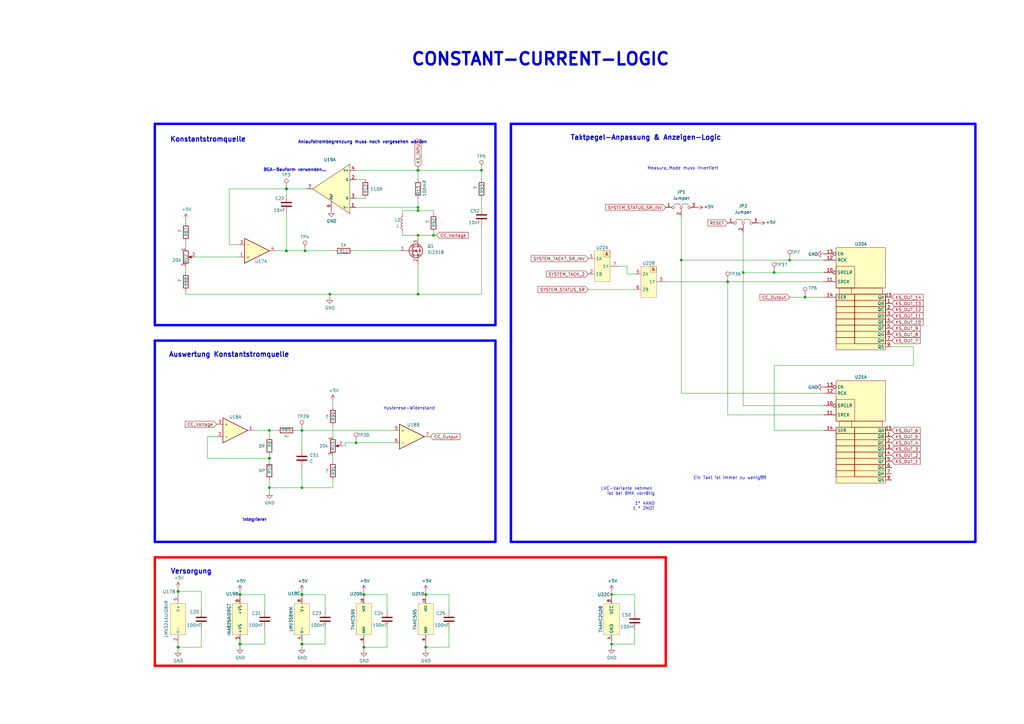
<source format=kicad_sch>
(kicad_sch (version 20210126) (generator eeschema)
  (paper "A3")
  (title_block (title "Kabeltester") (company "BMK Group") (comment 1 "Erstellt: Maximilian Hoffmann") (comment 2 "Geprüft: Robert Schulz"))
  (junction (at 73.025 242.57) (diameter 1.016))
  (junction (at 73.025 265.43) (diameter 1.016))
  (junction (at 98.425 243.84) (diameter 1.016))
  (junction (at 98.425 264.16) (diameter 1.016))
  (junction (at 110.49 176.53) (diameter 0.9144))
  (junction (at 110.49 187.96) (diameter 1.016))
  (junction (at 110.49 200.025) (diameter 0.9144))
  (junction (at 117.475 77.47) (diameter 1.016))
  (junction (at 117.475 102.87) (diameter 1.016))
  (junction (at 123.825 176.53) (diameter 0.9144))
  (junction (at 123.825 200.025) (diameter 0.9144))
  (junction (at 123.825 243.84) (diameter 1.016))
  (junction (at 123.825 264.16) (diameter 1.016))
  (junction (at 125.095 102.87) (diameter 0.9144))
  (junction (at 135.255 120.65) (diameter 0.9144))
  (junction (at 146.05 181.61) (diameter 0.9144))
  (junction (at 149.225 243.84) (diameter 1.016))
  (junction (at 149.225 265.43) (diameter 1.016))
  (junction (at 171.45 69.85) (diameter 1.016))
  (junction (at 171.45 85.09) (diameter 0.9144))
  (junction (at 171.45 86.36) (diameter 0.9144))
  (junction (at 171.45 96.52) (diameter 0.9144))
  (junction (at 171.45 120.65) (diameter 0.9144))
  (junction (at 174.625 243.84) (diameter 1.016))
  (junction (at 174.625 265.43) (diameter 1.016))
  (junction (at 177.8 96.52) (diameter 0.9144))
  (junction (at 197.485 69.85) (diameter 0.9144))
  (junction (at 250.825 243.84) (diameter 0.9144))
  (junction (at 250.825 264.16) (diameter 0.9144))
  (junction (at 279.4 106.68) (diameter 0.9144))
  (junction (at 298.45 115.57) (diameter 0.9144))
  (junction (at 304.8 111.76) (diameter 0.9144))
  (junction (at 317.5 111.76) (diameter 0.9144))
  (junction (at 323.85 106.68) (diameter 0.9144))
  (junction (at 330.2 121.92) (diameter 0.9144))
  (wire (pts (xy 73.025 241.3) (xy 73.025 242.57)))
  (wire (pts (xy 73.025 242.57) (xy 73.025 243.84)))
  (wire (pts (xy 73.025 264.16) (xy 73.025 265.43)))
  (wire (pts (xy 73.025 265.43) (xy 73.025 266.7)))
  (wire (pts (xy 76.2 90.17) (xy 76.2 91.44)))
  (wire (pts (xy 76.2 99.06) (xy 76.2 101.6)))
  (wire (pts (xy 76.2 109.22) (xy 76.2 111.76)))
  (wire (pts (xy 76.2 119.38) (xy 76.2 120.65)))
  (wire (pts (xy 76.2 120.65) (xy 135.255 120.65)))
  (wire (pts (xy 80.01 105.41) (xy 97.79 105.41)))
  (wire (pts (xy 82.55 242.57) (xy 73.025 242.57)))
  (wire (pts (xy 82.55 250.19) (xy 82.55 242.57)))
  (wire (pts (xy 82.55 257.81) (xy 82.55 265.43)))
  (wire (pts (xy 82.55 265.43) (xy 73.025 265.43)))
  (wire (pts (xy 85.09 179.07) (xy 85.09 187.96)))
  (wire (pts (xy 85.09 179.07) (xy 88.9 179.07)))
  (wire (pts (xy 85.09 187.96) (xy 110.49 187.96)))
  (wire (pts (xy 93.98 77.47) (xy 93.98 100.33)))
  (wire (pts (xy 93.98 77.47) (xy 117.475 77.47)))
  (wire (pts (xy 93.98 100.33) (xy 97.79 100.33)))
  (wire (pts (xy 98.425 242.57) (xy 98.425 243.84)))
  (wire (pts (xy 98.425 243.84) (xy 98.425 245.11)))
  (wire (pts (xy 98.425 264.16) (xy 98.425 262.89)))
  (wire (pts (xy 98.425 264.16) (xy 98.425 265.43)))
  (wire (pts (xy 104.14 176.53) (xy 110.49 176.53)))
  (wire (pts (xy 108.585 243.84) (xy 98.425 243.84)))
  (wire (pts (xy 108.585 250.19) (xy 108.585 243.84)))
  (wire (pts (xy 108.585 257.81) (xy 108.585 264.16)))
  (wire (pts (xy 108.585 264.16) (xy 98.425 264.16)))
  (wire (pts (xy 110.49 176.53) (xy 110.49 179.07)))
  (wire (pts (xy 110.49 176.53) (xy 113.665 176.53)))
  (wire (pts (xy 110.49 186.69) (xy 110.49 187.96)))
  (wire (pts (xy 110.49 187.96) (xy 110.49 189.23)))
  (wire (pts (xy 110.49 196.85) (xy 110.49 200.025)))
  (wire (pts (xy 110.49 200.025) (xy 110.49 201.93)))
  (wire (pts (xy 110.49 200.025) (xy 123.825 200.025)))
  (wire (pts (xy 113.03 102.87) (xy 117.475 102.87)))
  (wire (pts (xy 117.475 77.47) (xy 117.475 80.01)))
  (wire (pts (xy 117.475 77.47) (xy 125.73 77.47)))
  (wire (pts (xy 117.475 87.63) (xy 117.475 102.87)))
  (wire (pts (xy 117.475 102.87) (xy 125.095 102.87)))
  (wire (pts (xy 121.285 176.53) (xy 123.825 176.53)))
  (wire (pts (xy 123.825 176.53) (xy 123.825 184.15)))
  (wire (pts (xy 123.825 176.53) (xy 161.29 176.53)))
  (wire (pts (xy 123.825 191.77) (xy 123.825 200.025)))
  (wire (pts (xy 123.825 200.025) (xy 136.525 200.025)))
  (wire (pts (xy 123.825 242.57) (xy 123.825 243.84)))
  (wire (pts (xy 123.825 243.84) (xy 123.825 245.11)))
  (wire (pts (xy 123.825 262.89) (xy 123.825 264.16)))
  (wire (pts (xy 123.825 264.16) (xy 123.825 265.43)))
  (wire (pts (xy 125.095 102.87) (xy 137.16 102.87)))
  (wire (pts (xy 133.35 243.84) (xy 123.825 243.84)))
  (wire (pts (xy 133.35 250.19) (xy 133.35 243.84)))
  (wire (pts (xy 133.35 257.81) (xy 133.35 264.16)))
  (wire (pts (xy 133.35 264.16) (xy 123.825 264.16)))
  (wire (pts (xy 135.255 120.65) (xy 135.255 121.92)))
  (wire (pts (xy 135.255 120.65) (xy 171.45 120.65)))
  (wire (pts (xy 136.525 164.465) (xy 136.525 167.005)))
  (wire (pts (xy 136.525 174.625) (xy 136.525 179.07)))
  (wire (pts (xy 136.525 186.69) (xy 136.525 189.23)))
  (wire (pts (xy 136.525 196.85) (xy 136.525 200.025)))
  (wire (pts (xy 140.335 182.88) (xy 141.605 182.88)))
  (wire (pts (xy 141.605 181.61) (xy 141.605 182.88)))
  (wire (pts (xy 141.605 181.61) (xy 146.05 181.61)))
  (wire (pts (xy 144.78 102.87) (xy 163.83 102.87)))
  (wire (pts (xy 146.05 69.85) (xy 171.45 69.85)))
  (wire (pts (xy 146.05 73.66) (xy 149.86 73.66)))
  (wire (pts (xy 146.05 81.28) (xy 149.86 81.28)))
  (wire (pts (xy 146.05 85.09) (xy 171.45 85.09)))
  (wire (pts (xy 146.05 181.61) (xy 161.29 181.61)))
  (wire (pts (xy 149.225 242.57) (xy 149.225 243.84)))
  (wire (pts (xy 149.225 243.84) (xy 149.225 245.11)))
  (wire (pts (xy 149.225 264.16) (xy 149.225 265.43)))
  (wire (pts (xy 149.225 265.43) (xy 149.225 266.7)))
  (wire (pts (xy 158.75 243.84) (xy 149.225 243.84)))
  (wire (pts (xy 158.75 250.19) (xy 158.75 243.84)))
  (wire (pts (xy 158.75 257.81) (xy 158.75 265.43)))
  (wire (pts (xy 158.75 265.43) (xy 149.225 265.43)))
  (wire (pts (xy 165.1 86.36) (xy 171.45 86.36)))
  (wire (pts (xy 165.1 87.63) (xy 165.1 86.36)))
  (wire (pts (xy 165.1 95.25) (xy 165.1 96.52)))
  (wire (pts (xy 165.1 96.52) (xy 171.45 96.52)))
  (wire (pts (xy 171.45 68.58) (xy 171.45 69.85)))
  (wire (pts (xy 171.45 69.85) (xy 171.45 73.66)))
  (wire (pts (xy 171.45 69.85) (xy 197.485 69.85)))
  (wire (pts (xy 171.45 81.28) (xy 171.45 85.09)))
  (wire (pts (xy 171.45 85.09) (xy 171.45 86.36)))
  (wire (pts (xy 171.45 86.36) (xy 177.8 86.36)))
  (wire (pts (xy 171.45 96.52) (xy 171.45 97.79)))
  (wire (pts (xy 171.45 96.52) (xy 177.8 96.52)))
  (wire (pts (xy 171.45 107.95) (xy 171.45 120.65)))
  (wire (pts (xy 174.625 242.57) (xy 174.625 243.84)))
  (wire (pts (xy 174.625 243.84) (xy 174.625 245.11)))
  (wire (pts (xy 174.625 264.16) (xy 174.625 265.43)))
  (wire (pts (xy 174.625 265.43) (xy 174.625 266.7)))
  (wire (pts (xy 177.8 87.63) (xy 177.8 86.36)))
  (wire (pts (xy 177.8 95.25) (xy 177.8 96.52)))
  (wire (pts (xy 177.8 96.52) (xy 179.07 96.52)))
  (wire (pts (xy 184.15 243.84) (xy 174.625 243.84)))
  (wire (pts (xy 184.15 250.19) (xy 184.15 243.84)))
  (wire (pts (xy 184.15 257.81) (xy 184.15 265.43)))
  (wire (pts (xy 184.15 265.43) (xy 174.625 265.43)))
  (wire (pts (xy 197.485 69.85) (xy 197.485 73.66)))
  (wire (pts (xy 197.485 81.28) (xy 197.485 85.09)))
  (wire (pts (xy 197.485 92.71) (xy 197.485 120.65)))
  (wire (pts (xy 197.485 120.65) (xy 171.45 120.65)))
  (wire (pts (xy 241.3 118.745) (xy 260.35 118.745)))
  (wire (pts (xy 250.825 242.57) (xy 250.825 243.84)))
  (wire (pts (xy 250.825 243.84) (xy 250.825 245.11)))
  (wire (pts (xy 250.825 262.89) (xy 250.825 264.16)))
  (wire (pts (xy 250.825 264.16) (xy 250.825 265.43)))
  (wire (pts (xy 254 109.22) (xy 257.175 109.22)))
  (wire (pts (xy 257.175 109.22) (xy 257.175 112.395)))
  (wire (pts (xy 257.175 112.395) (xy 260.35 112.395)))
  (wire (pts (xy 260.35 243.84) (xy 250.825 243.84)))
  (wire (pts (xy 260.35 250.825) (xy 260.35 243.84)))
  (wire (pts (xy 260.35 258.445) (xy 260.35 264.16)))
  (wire (pts (xy 260.35 264.16) (xy 250.825 264.16)))
  (wire (pts (xy 273.05 115.57) (xy 298.45 115.57)))
  (wire (pts (xy 279.4 88.9) (xy 279.4 106.68)))
  (wire (pts (xy 279.4 106.68) (xy 279.4 161.29)))
  (wire (pts (xy 279.4 106.68) (xy 323.85 106.68)))
  (wire (pts (xy 279.4 161.29) (xy 337.82 161.29)))
  (wire (pts (xy 298.45 115.57) (xy 298.45 170.18)))
  (wire (pts (xy 298.45 115.57) (xy 337.82 115.57)))
  (wire (pts (xy 298.45 170.18) (xy 337.82 170.18)))
  (wire (pts (xy 304.8 111.76) (xy 304.8 95.25)))
  (wire (pts (xy 304.8 111.76) (xy 317.5 111.76)))
  (wire (pts (xy 304.8 166.37) (xy 304.8 111.76)))
  (wire (pts (xy 317.5 111.76) (xy 337.82 111.76)))
  (wire (pts (xy 317.5 149.86) (xy 317.5 176.53)))
  (wire (pts (xy 317.5 176.53) (xy 337.82 176.53)))
  (wire (pts (xy 323.85 106.68) (xy 337.82 106.68)))
  (wire (pts (xy 323.85 121.92) (xy 330.2 121.92)))
  (wire (pts (xy 330.2 121.92) (xy 337.82 121.92)))
  (wire (pts (xy 337.82 166.37) (xy 304.8 166.37)))
  (wire (pts (xy 365.76 142.24) (xy 374.65 142.24)))
  (wire (pts (xy 374.65 142.24) (xy 374.65 149.86)))
  (wire (pts (xy 374.65 149.86) (xy 317.5 149.86)))
  (polyline (pts (xy 63.5 50.8) (xy 63.5 133.35)) (stroke (width 1) (type solid) (color 0 0 255 1)))
  (polyline (pts (xy 63.5 50.8) (xy 203.2 50.8)) (stroke (width 1) (type solid) (color 0 0 255 1)))
  (polyline (pts (xy 63.5 139.7) (xy 63.5 222.25)) (stroke (width 1) (type solid) (color 0 0 255 1)))
  (polyline (pts (xy 63.5 139.7) (xy 203.2 139.7)) (stroke (width 1) (type solid) (color 0 0 255 1)))
  (polyline (pts (xy 63.5 228.6) (xy 63.5 273.05)) (stroke (width 1) (type solid) (color 255 0 0 1)))
  (polyline (pts (xy 63.5 228.6) (xy 273.05 228.6)) (stroke (width 1) (type solid) (color 255 0 0 1)))
  (polyline (pts (xy 63.5 273.05) (xy 273.05 273.05)) (stroke (width 1) (type solid) (color 255 0 0 1)))
  (polyline (pts (xy 203.2 50.8) (xy 203.2 133.35)) (stroke (width 1) (type solid) (color 0 0 255 1)))
  (polyline (pts (xy 203.2 133.35) (xy 63.5 133.35)) (stroke (width 1) (type solid) (color 0 0 255 1)))
  (polyline (pts (xy 203.2 139.7) (xy 203.2 222.25)) (stroke (width 1) (type solid) (color 0 0 255 1)))
  (polyline (pts (xy 203.2 222.25) (xy 63.5 222.25)) (stroke (width 1) (type solid) (color 0 0 255 1)))
  (polyline (pts (xy 209.55 50.8) (xy 209.55 107.95)) (stroke (width 1) (type solid) (color 0 0 255 1)))
  (polyline (pts (xy 209.55 50.8) (xy 400.05 50.8)) (stroke (width 1) (type solid) (color 0 0 255 1)))
  (polyline (pts (xy 209.55 139.7) (xy 209.55 222.25)) (stroke (width 1) (type solid) (color 0 0 255 1)))
  (polyline (pts (xy 209.55 140.335) (xy 209.55 107.95)) (stroke (width 1) (type solid) (color 0 0 255 1)))
  (polyline (pts (xy 209.55 222.25) (xy 400.05 222.25)) (stroke (width 1) (type solid) (color 0 0 255 1)))
  (polyline (pts (xy 273.05 273.05) (xy 273.05 228.6)) (stroke (width 1) (type solid) (color 255 0 0 1)))
  (polyline (pts (xy 400.05 222.25) (xy 400.05 50.8)) (stroke (width 1) (type solid) (color 0 0 255 1)))
  (text "Versorgung\n" (at 86.995 235.585 180) (effects (font (size 2 2) (thickness 0.4) bold) (justify right bottom)))
  (text "Konstantstromquelle\n" (at 100.965 58.42 180) (effects (font (size 2 2) (thickness 0.4) bold) (justify right bottom)))
  (text "Integrierer \n" (at 110.49 213.995 180) (effects (font (size 1.27 1.27) (thickness 0.254) bold) (justify right bottom)))
  (text "Auswertung Konstantstromquelle\n" (at 118.745 146.685 180) (effects (font (size 2 2) (thickness 0.4) bold) (justify right bottom)))
  (text "BGA-Bauform verwenden...\n" (at 133.985 70.485 180) (effects (font (size 1.27 1.27) (thickness 0.254) bold) (justify right bottom)))
  (text "Anlaufstrombegrenzung muss noch vorgesehen werden\n" (at 175.26 59.055 0) (effects (font (size 1.27 1.27) (thickness 0.254) bold) (justify right bottom)))
  (text "Hysterese-Widerstand\n" (at 178.435 168.275 180) (effects (font (size 1.27 1.27)) (justify right bottom)))
  (text "LVC-Variante nehmen \nist bei BMK vorrätig\n\n1* 4AND\n1 * 2NOT\n\n" (at 268.605 211.455 0) (effects (font (size 1.27 1.27)) (justify right bottom)))
  (text "CONSTANT-CURRENT-LOGIC\n" (at 274.955 27.305 180) (effects (font (size 5 5) (thickness 1) bold) (justify right bottom)))
  (text "Measura_Mode muss invertiert\n" (at 294.64 69.85 180) (effects (font (size 1.27 1.27)) (justify right bottom)))
  (text "Taktpegel-Anpassung & Anzeigen-Logic\n\n \n" (at 295.91 64.135 180) (effects (font (size 2 2) (thickness 0.4) bold) (justify right bottom)))
  (text "Ein Takt ist immer zu wenig!!!!\n" (at 314.325 196.85 180) (effects (font (size 1.27 1.27)) (justify right bottom)))
  (global_label "CC_Voltage" (shape input) (at 88.9 173.99 180) (property "Intersheet References" "${INTERSHEET_REFS}" (effects hide)))
  (global_label "KS_INPUT" (shape input) (at 171.45 68.58 90) (property "Intersheet References" "${INTERSHEET_REFS}" (effects hide)))
  (global_label "CC_Output" (shape input) (at 176.53 179.07 0) (property "Intersheet References" "${INTERSHEET_REFS}" (effects hide)))
  (global_label "CC_Voltage" (shape input) (at 179.07 96.52 0) (property "Intersheet References" "${INTERSHEET_REFS}" (effects hide)))
  (global_label "SYSTEM_TACKT_SR_INV" (shape input) (at 241.3 106.045 180) (property "Intersheet References" "${INTERSHEET_REFS}" (effects hide)))
  (global_label "SYSTEM_TACK_2" (shape input) (at 241.3 112.395 180) (property "Intersheet References" "${INTERSHEET_REFS}" (effects hide)))
  (global_label "SYSTEM_STATUS_SR" (shape input) (at 241.3 118.745 180) (property "Intersheet References" "${INTERSHEET_REFS}" (effects hide)))
  (global_label "SYSTEM_STATUS_SR_INV" (shape input) (at 273.05 85.09 180) (property "Intersheet References" "${INTERSHEET_REFS}" (effects hide)))
  (global_label "RESET" (shape input) (at 298.45 91.44 180) (property "Intersheet References" "${INTERSHEET_REFS}" (effects hide)))
  (global_label "CC_Output" (shape input) (at 323.85 121.92 180) (property "Intersheet References" "${INTERSHEET_REFS}" (effects hide)))
  (global_label "KS_OUT_14" (shape input) (at 365.76 121.92 0) (property "Intersheet References" "${INTERSHEET_REFS}" (effects hide)))
  (global_label "KS_OUT_13" (shape input) (at 365.76 124.46 0) (property "Intersheet References" "${INTERSHEET_REFS}" (effects hide)))
  (global_label "KS_OUT_12" (shape input) (at 365.76 127 0) (property "Intersheet References" "${INTERSHEET_REFS}" (effects hide)))
  (global_label "KS_OUT_11" (shape input) (at 365.76 129.54 0) (property "Intersheet References" "${INTERSHEET_REFS}" (effects hide)))
  (global_label "KS_OUT_10" (shape input) (at 365.76 132.08 0) (property "Intersheet References" "${INTERSHEET_REFS}" (effects hide)))
  (global_label "KS_OUT_9" (shape input) (at 365.76 134.62 0) (property "Intersheet References" "${INTERSHEET_REFS}" (effects hide)))
  (global_label "KS_OUT_8" (shape input) (at 365.76 137.16 0) (property "Intersheet References" "${INTERSHEET_REFS}" (effects hide)))
  (global_label "KS_OUT_7" (shape input) (at 365.76 139.7 0) (property "Intersheet References" "${INTERSHEET_REFS}" (effects hide)))
  (global_label "KS_OUT_6" (shape input) (at 365.76 176.53 0) (property "Intersheet References" "${INTERSHEET_REFS}" (effects hide)))
  (global_label "KS_OUT_5" (shape input) (at 365.76 179.07 0) (property "Intersheet References" "${INTERSHEET_REFS}" (effects hide)))
  (global_label "KS_OUT_4" (shape input) (at 365.76 181.61 0) (property "Intersheet References" "${INTERSHEET_REFS}" (effects hide)))
  (global_label "KS_OUT_3" (shape input) (at 365.76 184.15 0) (property "Intersheet References" "${INTERSHEET_REFS}" (effects hide)))
  (global_label "KS_OUT_2" (shape input) (at 365.76 186.69 0) (property "Intersheet References" "${INTERSHEET_REFS}" (effects hide)))
  (global_label "KS_OUT_1" (shape input) (at 365.76 189.23 0) (property "Intersheet References" "${INTERSHEET_REFS}" (effects hide)))
  (symbol (lib_id "Connector:TestPoint") (at 117.475 77.47 0) (unit 1)
    (property "Reference" "TP3" (at 115.57 71.755 0) (effects (justify left)))
    (property "Value" "TestPoint" (effects hide))
    (property "Footprint" "TestPoint:TestPoint_Pad_D1.0mm" (effects hide))
    (property "BMK-Nr" "-" (effects hide))
    (property "Mouser" "-" (effects hide))
  )
  (symbol (lib_id "Connector:TestPoint") (at 123.825 176.53 0) (unit 1)
    (property "Reference" "TP29" (at 121.92 170.815 0) (effects (justify left)))
    (property "Value" "TestPoint" (effects hide))
    (property "Footprint" "TestPoint:TestPoint_Pad_D1.0mm" (effects hide))
    (property "BMK-Nr" "-" (effects hide))
    (property "Mouser" "-" (effects hide))
  )
  (symbol (lib_id "Connector:TestPoint") (at 125.095 102.87 0) (unit 1)
    (property "Reference" "TP4" (at 123.19 97.155 0) (effects (justify left)))
    (property "Value" "TestPoint" (effects hide))
    (property "Footprint" "TestPoint:TestPoint_Pad_D1.0mm" (effects hide))
    (property "BMK-Nr" "-" (effects hide))
    (property "Mouser" "-" (effects hide))
  )
  (symbol (lib_id "Connector:TestPoint") (at 146.05 181.61 0) (unit 1)
    (property "Reference" "TP30" (at 146.685 178.435 0) (effects (justify left)))
    (property "Value" "TestPoint" (effects hide))
    (property "Footprint" "TestPoint:TestPoint_Pad_D1.0mm" (effects hide))
    (property "BMK-Nr" "-" (effects hide))
    (property "Mouser" "-" (effects hide))
  )
  (symbol (lib_id "Connector:TestPoint") (at 197.485 69.85 0) (unit 1)
    (property "Reference" "TP5" (at 195.58 64.135 0) (effects (justify left)))
    (property "Value" "TestPoint" (effects hide))
    (property "Footprint" "TestPoint:TestPoint_Pad_D1.0mm" (effects hide))
    (property "BMK-Nr" "-" (effects hide))
    (property "Mouser" "-" (effects hide))
  )
  (symbol (lib_id "Connector:TestPoint") (at 298.45 115.57 0) (unit 1)
    (property "Reference" "TP36" (at 299.085 112.395 0) (effects (justify left)))
    (property "Value" "TestPoint" (effects hide))
    (property "Footprint" "TestPoint:TestPoint_Pad_D1.0mm" (effects hide))
    (property "BMK-Nr" "-" (effects hide))
    (property "Mouser" "-" (effects hide))
  )
  (symbol (lib_id "Connector:TestPoint") (at 317.5 111.76 0) (unit 1)
    (property "Reference" "TP37" (at 318.135 108.585 0) (effects (justify left)))
    (property "Value" "TestPoint" (effects hide))
    (property "Footprint" "TestPoint:TestPoint_Pad_D1.0mm" (effects hide))
    (property "BMK-Nr" "-" (effects hide))
    (property "Mouser" "-" (effects hide))
  )
  (symbol (lib_id "Connector:TestPoint") (at 323.85 106.68 0) (unit 1)
    (property "Reference" "TP7" (at 324.485 103.505 0) (effects (justify left)))
    (property "Value" "TestPoint" (effects hide))
    (property "Footprint" "TestPoint:TestPoint_Pad_D1.0mm" (effects hide))
    (property "BMK-Nr" "-" (effects hide))
    (property "Mouser" "-" (effects hide))
  )
  (symbol (lib_id "Connector:TestPoint") (at 330.2 121.92 0) (unit 1)
    (property "Reference" "TP6" (at 331.47 118.11 0) (effects (justify left)))
    (property "Value" "TestPoint" (effects hide))
    (property "Footprint" "TestPoint:TestPoint_Pad_D1.0mm" (effects hide))
    (property "BMK-Nr" "-" (effects hide))
    (property "Mouser" "-" (effects hide))
  )
  (symbol (lib_id "power:+5V") (at 73.025 241.3 0) (unit 1)
    (property "Reference" "#PWR051" (effects hide))
    (property "Value" "+5V" (at 73.3933 236.9756 0))
  )
  (symbol (lib_id "power:+5V") (at 76.2 90.17 0) (unit 1)
    (property "Reference" "#PWR053" (effects hide))
    (property "Value" "+5V" (at 76.5683 85.8456 0))
  )
  (symbol (lib_id "power:+5V") (at 98.425 242.57 0) (unit 1)
    (property "Reference" "#PWR054" (effects hide))
    (property "Value" "+5V" (at 98.7933 238.2456 0))
  )
  (symbol (lib_id "power:+5V") (at 123.825 242.57 0) (unit 1)
    (property "Reference" "#PWR057" (effects hide))
    (property "Value" "+5V" (at 124.1933 238.2456 0))
  )
  (symbol (lib_id "power:+5V") (at 136.525 164.465 0) (unit 1)
    (property "Reference" "#PWR059" (effects hide))
    (property "Value" "+5V" (at 136.8933 160.1406 0))
  )
  (symbol (lib_id "power:+5V") (at 149.225 242.57 0) (unit 1)
    (property "Reference" "#PWR062" (effects hide))
    (property "Value" "+5V" (at 149.5933 238.2456 0))
  )
  (symbol (lib_id "power:+5V") (at 174.625 242.57 0) (unit 1)
    (property "Reference" "#PWR064" (effects hide))
    (property "Value" "+5V" (at 174.9933 238.2456 0))
  )
  (symbol (lib_id "power:+5V") (at 250.825 242.57 0) (unit 1)
    (property "Reference" "#PWR023" (effects hide))
    (property "Value" "+5V" (at 251.1933 238.2456 0))
  )
  (symbol (lib_id "power:+5V") (at 285.75 85.09 270) (unit 1)
    (property "Reference" "#PWR0124" (effects hide))
    (property "Value" "+5V" (at 290.7094 84.8233 90))
  )
  (symbol (lib_id "power:+5V") (at 311.15 91.44 270) (unit 1)
    (property "Reference" "#PWR0125" (effects hide))
    (property "Value" "+5V" (at 316.1094 91.1733 90))
  )
  (symbol (lib_id "Device:L") (at 165.1 91.44 0) (mirror y) (unit 1)
    (property "Reference" "L2" (at 161.925 90.17 0) (effects (justify right)))
    (property "Value" "L" (at 162.56 92.71 0) (effects (justify right)))
    (property "Footprint" "Inductor_SMD:L_TDK_NLV32_3.2x2.5mm" (effects hide))
  )
  (symbol (lib_id "power:GND") (at 73.025 266.7 0) (unit 1)
    (property "Reference" "#PWR052" (effects hide))
    (property "Value" "GND" (at 73.1393 271.0244 0))
  )
  (symbol (lib_id "power:GND") (at 98.425 265.43 0) (unit 1)
    (property "Reference" "#PWR055" (effects hide))
    (property "Value" "GND" (at 98.5393 269.7544 0))
  )
  (symbol (lib_id "power:GND") (at 110.49 201.93 0) (unit 1)
    (property "Reference" "#PWR056" (effects hide))
    (property "Value" "GND" (at 110.6043 206.2544 0))
  )
  (symbol (lib_id "power:GND") (at 123.825 265.43 0) (unit 1)
    (property "Reference" "#PWR058" (effects hide))
    (property "Value" "GND" (at 123.9393 269.7544 0))
  )
  (symbol (lib_id "power:GND") (at 135.255 121.92 0) (unit 1)
    (property "Reference" "#PWR060" (effects hide))
    (property "Value" "GND" (at 135.3693 126.2444 0))
  )
  (symbol (lib_id "power:GND") (at 135.89 86.36 0) (unit 1)
    (property "Reference" "#PWR061" (effects hide))
    (property "Value" "GND" (at 136.0043 90.6844 0))
  )
  (symbol (lib_id "power:GND") (at 149.225 266.7 0) (unit 1)
    (property "Reference" "#PWR063" (effects hide))
    (property "Value" "GND" (at 149.3393 271.0244 0))
  )
  (symbol (lib_id "power:GND") (at 174.625 266.7 0) (unit 1)
    (property "Reference" "#PWR065" (effects hide))
    (property "Value" "GND" (at 174.7393 271.0244 0))
  )
  (symbol (lib_id "power:GND") (at 250.825 265.43 0) (unit 1)
    (property "Reference" "#PWR024" (effects hide))
    (property "Value" "GND" (at 250.9393 269.7544 0))
  )
  (symbol (lib_id "power:GND") (at 337.82 104.14 270) (unit 1)
    (property "Reference" "#PWR070" (effects hide))
    (property "Value" "GND" (at 333.4956 104.2543 90))
  )
  (symbol (lib_id "power:GND") (at 337.82 158.75 270) (unit 1)
    (property "Reference" "#PWR072" (effects hide))
    (property "Value" "GND" (at 333.4956 158.8643 90))
  )
  (symbol (lib_id "Device:R") (at 76.2 95.25 180) (unit 1)
    (property "Reference" "R87" (at 76.3269 93.2244 90) (effects (justify left)))
    (property "Value" "?" (at 73.787 94.101 90) (effects (justify left)))
    (property "Footprint" "Resistor_SMD:R_0603_1608Metric_Pad0.98x0.95mm_HandSolder" (effects hide))
    (property "BMK-Nr" "BS" (effects hide))
    (property "Mouser" "-" (effects hide))
  )
  (symbol (lib_id "Device:R") (at 76.2 115.57 180) (unit 1)
    (property "Reference" "R88" (at 76.3269 113.5444 90) (effects (justify left)))
    (property "Value" "?" (at 73.787 114.421 90) (effects (justify left)))
    (property "Footprint" "Resistor_SMD:R_0603_1608Metric_Pad0.98x0.95mm_HandSolder" (effects hide))
    (property "BMK-Nr" "BS" (effects hide))
    (property "Mouser" "-" (effects hide))
  )
  (symbol (lib_name "Device:R_1") (lib_id "Device:R") (at 110.49 182.88 180) (unit 1)
    (property "Reference" "R9" (at 110.6169 180.8544 90) (effects (justify left)))
    (property "Value" "0R" (at 108.712 183.001 0) (effects (justify left)))
    (property "Footprint" "Resistor_SMD:R_0603_1608Metric_Pad0.98x0.95mm_HandSolder" (effects hide))
    (property "BMK-Nr" "BS" (effects hide))
    (property "Mouser" "-" (effects hide))
  )
  (symbol (lib_name "Device:R_2") (lib_id "Device:R") (at 110.49 193.04 0) (unit 1)
    (property "Reference" "R10" (at 110.49 194.31 90) (effects (justify left)))
    (property "Value" "NP" (at 106.045 193.04 0) (effects (justify left)))
    (property "Footprint" "Resistor_SMD:R_0603_1608Metric_Pad0.98x0.95mm_HandSolder" (effects hide))
    (property "BMK-Nr" "BS" (effects hide))
    (property "Mouser" "-" (effects hide))
  )
  (symbol (lib_name "Device:R_1") (lib_id "Device:R") (at 117.475 176.53 270) (unit 1)
    (property "Reference" "R89" (at 115.4494 176.4031 90) (effects (justify left)))
    (property "Value" "?" (at 117.596 178.308 0) (effects (justify left)))
    (property "Footprint" "Resistor_SMD:R_0603_1608Metric_Pad0.98x0.95mm_HandSolder" (effects hide))
    (property "BMK-Nr" "BS" (effects hide))
    (property "Mouser" "-" (effects hide))
  )
  (symbol (lib_name "Device:R_1") (lib_id "Device:R") (at 136.525 170.815 180) (unit 1)
    (property "Reference" "R90" (at 136.6519 168.7894 90) (effects (justify left)))
    (property "Value" "?" (at 134.747 170.936 0) (effects (justify left)))
    (property "Footprint" "Resistor_SMD:R_0603_1608Metric_Pad0.98x0.95mm_HandSolder" (effects hide))
    (property "BMK-Nr" "BS" (effects hide))
    (property "Mouser" "-" (effects hide))
  )
  (symbol (lib_name "Device:R_1") (lib_id "Device:R") (at 136.525 193.04 180) (unit 1)
    (property "Reference" "R91" (at 136.6519 191.0144 90) (effects (justify left)))
    (property "Value" "?" (at 134.747 193.161 0) (effects (justify left)))
    (property "Footprint" "Resistor_SMD:R_0603_1608Metric_Pad0.98x0.95mm_HandSolder" (effects hide))
    (property "BMK-Nr" "BS" (effects hide))
    (property "Mouser" "-" (effects hide))
  )
  (symbol (lib_id "Device:R") (at 140.97 102.87 90) (unit 1)
    (property "Reference" "R11" (at 142.9956 102.9969 90) (effects (justify left)))
    (property "Value" "1k" (at 142.119 100.457 90) (effects (justify left)))
    (property "Footprint" "Resistor_SMD:R_0603_1608Metric_Pad0.98x0.95mm_HandSolder" (effects hide))
    (property "BMK-Nr" "BS" (effects hide))
    (property "Mouser" "-" (effects hide))
  )
  (symbol (lib_name "Device:R_4") (lib_id "Device:R") (at 149.86 77.47 180) (unit 1)
    (property "Reference" "R12" (at 149.9869 75.4444 90) (effects (justify left)))
    (property "Value" "110R" (at 156.972 77.591 0) (effects (justify left)))
    (property "Footprint" "Resistor_SMD:R_0603_1608Metric_Pad0.98x0.95mm_HandSolder" (effects hide))
    (property "BMK-Nr" "BS" (effects hide))
    (property "Mouser" "-" (effects hide))
  )
  (symbol (lib_name "Device:R_3") (lib_id "Device:R") (at 171.45 77.47 180) (unit 1)
    (property "Reference" "R13" (at 171.5769 76.0794 90) (effects (justify left)))
    (property "Value" "100mR" (at 174.117 73.781 90) (effects (justify left)))
    (property "Footprint" "Resistor_SMD:R_1206_3216Metric_Pad1.30x1.75mm_HandSolder" (effects hide))
    (property "BMK-Nr" "01-1901-3" (effects hide))
    (property "Mouser" "-" (effects hide))
  )
  (symbol (lib_id "Device:R") (at 177.8 91.44 180) (unit 1)
    (property "Reference" "R92" (at 177.9269 89.4144 90) (effects (justify left)))
    (property "Value" "?" (at 175.387 90.291 90) (effects (justify left)))
    (property "Footprint" "Resistor_SMD:R_0603_1608Metric_Pad0.98x0.95mm_HandSolder" (effects hide))
    (property "BMK-Nr" "BS" (effects hide))
    (property "Mouser" "-" (effects hide))
  )
  (symbol (lib_id "Device:R") (at 197.485 77.47 180) (unit 1)
    (property "Reference" "R93" (at 197.6119 75.4444 90) (effects (justify left)))
    (property "Value" "?" (at 195.072 76.321 90) (effects (justify left)))
    (property "Footprint" "Resistor_SMD:R_0603_1608Metric_Pad0.98x0.95mm_HandSolder" (effects hide))
    (property "BMK-Nr" "BS" (effects hide))
    (property "Mouser" "-" (effects hide))
  )
  (symbol (lib_name "Device:C_2") (lib_id "Device:C") (at 82.55 254 0) (unit 1)
    (property "Reference" "C20" (at 77.8511 250.9456 0) (effects (justify left)))
    (property "Value" "100nF" (at 76.581 256.419 0) (effects (justify left)))
    (property "Footprint" "Capacitor_SMD:C_0603_1608Metric_Pad1.08x0.95mm_HandSolder" (effects hide))
    (property "BMK-Nr" "BS" (effects hide))
  )
  (symbol (lib_name "Device:C_4") (lib_id "Device:C") (at 108.585 254 0) (unit 1)
    (property "Reference" "C21" (at 103.2511 251.5806 0) (effects (justify left)))
    (property "Value" "100nF" (at 101.981 256.419 0) (effects (justify left)))
    (property "Footprint" "Capacitor_SMD:C_0603_1608Metric_Pad1.08x0.95mm_HandSolder" (effects hide))
    (property "BMK-Nr" "BS" (effects hide))
  )
  (symbol (lib_name "Device:C_6") (lib_id "Device:C") (at 117.475 83.82 0) (unit 1)
    (property "Reference" "C22" (at 112.7761 81.4006 0) (effects (justify left)))
    (property "Value" "10nF" (at 112.141 86.239 0) (effects (justify left)))
    (property "Footprint" "Capacitor_SMD:C_0603_1608Metric_Pad1.08x0.95mm_HandSolder" (effects hide))
    (property "BMK-Nr" "BS" (effects hide))
  )
  (symbol (lib_name "Device:C_9") (lib_id "Device:C") (at 123.825 187.96 0) (unit 1)
    (property "Reference" "C51" (at 127 186.69 0) (effects (justify left)))
    (property "Value" "C" (at 127 189.23 0) (effects (justify left)))
    (property "Footprint" "Capacitor_SMD:C_0603_1608Metric_Pad1.08x0.95mm_HandSolder" (effects hide))
  )
  (symbol (lib_name "Device:C_3") (lib_id "Device:C") (at 133.35 254 0) (unit 1)
    (property "Reference" "C23" (at 128.0161 251.5806 0) (effects (justify left)))
    (property "Value" "100nF" (at 127.381 256.419 0) (effects (justify left)))
    (property "Footprint" "Capacitor_SMD:C_0603_1608Metric_Pad1.08x0.95mm_HandSolder" (effects hide))
    (property "BMK-Nr" "BS" (effects hide))
  )
  (symbol (lib_name "Device:C_1") (lib_id "Device:C") (at 158.75 254 0) (unit 1)
    (property "Reference" "C24" (at 153.4161 251.5806 0) (effects (justify left)))
    (property "Value" "100nF" (at 152.781 256.419 0) (effects (justify left)))
    (property "Footprint" "Capacitor_SMD:C_0603_1608Metric_Pad1.08x0.95mm_HandSolder" (effects hide))
    (property "BMK-Nr" "BS" (effects hide))
  )
  (symbol (lib_name "Device:C_5") (lib_id "Device:C") (at 184.15 254 0) (unit 1)
    (property "Reference" "C25" (at 178.8161 251.5806 0) (effects (justify left)))
    (property "Value" "100nF" (at 178.181 256.419 0) (effects (justify left)))
    (property "Footprint" "Capacitor_SMD:C_0603_1608Metric_Pad1.08x0.95mm_HandSolder" (effects hide))
    (property "BMK-Nr" "BS" (effects hide))
  )
  (symbol (lib_name "Device:C_6") (lib_id "Device:C") (at 197.485 88.9 0) (unit 1)
    (property "Reference" "C52" (at 192.7861 86.4806 0) (effects (justify left)))
    (property "Value" "10nF" (at 192.151 91.319 0) (effects (justify left)))
    (property "Footprint" "Capacitor_SMD:C_0603_1608Metric_Pad1.08x0.95mm_HandSolder" (effects hide))
    (property "BMK-Nr" "BS" (effects hide))
  )
  (symbol (lib_name "Device:C_8") (lib_id "Device:C") (at 260.35 254.635 0) (unit 1)
    (property "Reference" "C50" (at 255.0161 252.2156 0) (effects (justify left)))
    (property "Value" "100nF" (at 254.381 257.054 0) (effects (justify left)))
    (property "Footprint" "Capacitor_SMD:C_0603_1608Metric_Pad1.08x0.95mm_HandSolder" (effects hide))
    (property "BMK-Nr" "BS" (effects hide))
  )
  (symbol (lib_id "Device:R_Potentiometer") (at 76.2 105.41 0) (unit 1)
    (property "Reference" "RV2" (at 76.2 104.14 90) (effects (justify right)))
    (property "Value" "20k" (at 74.295 106.68 0) (effects (justify right)))
    (property "Footprint" "Potentiometer_THT:Potentiometer_ACP_CA6-H2,5_Horizontal" (effects hide))
  )
  (symbol (lib_id "Device:R_Potentiometer") (at 136.525 182.88 0) (unit 1)
    (property "Reference" "RV3" (at 136.525 180.975 90) (effects (justify right)))
    (property "Value" "20k" (at 134.62 182.88 0) (effects (justify right)))
    (property "Footprint" "Potentiometer_THT:Potentiometer_ACP_CA6-H2,5_Horizontal" (effects hide))
  )
  (symbol (lib_id "Jumper:Jumper_3_Open") (at 279.4 85.09 0) (unit 1)
    (property "Reference" "JP1" (at 279.4 78.74 0))
    (property "Value" "Jumper" (at 279.4 81.28 0))
    (property "Footprint" "Jumper:SolderJumper-3_P1.3mm_Open_RoundedPad1.0x1.5mm" (effects hide))
  )
  (symbol (lib_id "Jumper:Jumper_3_Open") (at 304.8 91.44 0) (unit 1)
    (property "Reference" "JP2" (at 304.8 84.455 0))
    (property "Value" "Jumper" (at 304.8 86.995 0))
    (property "Footprint" "Jumper:SolderJumper-3_P1.3mm_Open_RoundedPad1.0x1.5mm" (effects hide))
  )
  (symbol (lib_id "Transistor_FET:BSS123") (at 168.91 102.87 0) (unit 1)
    (property "Reference" "Q1" (at 175.26 100.965 0) (effects (justify left)))
    (property "Value" "SI2318" (at 175.26 103.505 0) (effects (justify left)))
    (property "Footprint" "Package_TO_SOT_SMD:SOT-23" (effects hide))
    (property "Datasheet" "http://www.diodes.com/assets/Datasheets/ds30366.pdf" (effects hide))
    (property "BMK-Nr" "08-8668" (effects hide))
    (property "Mouser" "781-SI2318CDS-T1-GE3" (effects hide))
  )
  (symbol (lib_name "Kabeltester:INA826AIDRGT_1") (lib_id "Kabeltester:INA826AIDRGT") (at 98.425 254 0) (mirror y) (unit 2)
    (property "Reference" "U19" (at 95.25 243.5668 0))
    (property "Value" "INA826AIDRGT" (at 93.98 254.1205 90))
    (property "Footprint" "Package_DFN_QFN:DFN-8-1EP_2x2mm_P0.5mm_EP0.6x1.2mm" (effects hide))
    (property "Datasheet" "https://www.ti.com/lit/ds/symlink/ina826.pdf?HQS=dis-mous-null-mousermode-dsf-pf-null-wwe&ts=1614456081708&ref_url=https%253A%252F%252Fwww.mouser.de%252F" (effects hide))
    (property "BMK-Nr" "07-1477 / 07-2138" (effects hide))
    (property "Mouser" "595-INA826AIDGK" (effects hide))
  )
  (symbol (lib_name "Kabeltester:LMV358MM_1") (lib_id "Kabeltester:LMV358MM") (at 123.825 254 0) (unit 3)
    (property "Reference" "U18" (at 120.65 243.4398 0))
    (property "Value" "LMV358MM" (at 119.38 253.9935 90))
    (property "Footprint" "Package_SO:SOIC-8_3.9x4.9mm_P1.27mm" (effects hide))
    (property "Datasheet" "https://www.ti.com/lit/ds/symlink/lmv358-n.pdf?HQS=dis-mous-null-mousermode-dsf-pf-null-wwe&ts=1614455074608&ref_url=https%253A%252F%252Fwww.mouser.de%252F" (effects hide))
    (property "BMK-Nr" "11-0573" (effects hide))
    (property "Mouser" "926-LMV358MMX/NOPB" (effects hide))
  )
  (symbol (lib_id "Kabeltester:74AHC2G08") (at 250.825 254 0) (unit 3)
    (property "Reference" "U22" (at 247.65 243.84 0))
    (property "Value" "74AHC2G08" (at 246.38 254 90))
    (property "Footprint" "Package_SO:VSSOP-8_2.4x2.1mm_P0.5mm" (effects hide))
    (property "Datasheet" "https://www.mouser.de/datasheet/2/916/74AHC_AHCT2G08-1318688.pdf" (effects hide))
    (property "BMK-Nr" "06-0948-1" (effects hide))
    (property "Mouser" "771-AHC2G08DC125" (effects hide))
  )
  (symbol (lib_name "Kabeltester:74HC595_1") (lib_id "Kabeltester:74HC595") (at 149.225 254 0) (unit 2)
    (property "Reference" "U20" (at 146.05 243.5668 0))
    (property "Value" "74HC595" (at 144.78 254.1205 90))
    (property "Footprint" "Package_SO:TSSOP-16_4.4x5mm_P0.65mm" (effects hide))
    (property "Datasheet" "https://www.ti.com/lit/ds/symlink/sn74hc595.pdf?HQS=dis-mous-null-mousermode-dsf-pf-null-wwe&ts=1614415789163" (effects hide))
    (property "BMK-Nr" "06-0831" (effects hide))
    (property "Mouser" "595-CD74HC595M96" (effects hide))
  )
  (symbol (lib_name "Kabeltester:74HC595_2") (lib_id "Kabeltester:74HC595") (at 174.625 254 0) (unit 2)
    (property "Reference" "U21" (at 171.45 243.5668 0))
    (property "Value" "74HC595" (at 170.18 254.1205 90))
    (property "Footprint" "Package_SO:TSSOP-16_4.4x5mm_P0.65mm" (effects hide))
    (property "Datasheet" "https://www.ti.com/lit/ds/symlink/sn74hc595.pdf?HQS=dis-mous-null-mousermode-dsf-pf-null-wwe&ts=1614415789163" (effects hide))
    (property "BMK-Nr" "06-0831" (effects hide))
    (property "Mouser" "595-CD74HC595M96" (effects hide))
  )
  (symbol (lib_name "Kabeltester:LMV321AUIDBVR_1") (lib_id "Kabeltester:LMV321AUIDBVR") (at 73.025 254 0) (mirror y) (unit 2)
    (property "Reference" "U17" (at 72.0089 242.6906 0) (effects (justify left)))
    (property "Value" "LMV321AUIDBVR" (at 68.199 261.499 90) (effects (justify left)))
    (property "Footprint" "Package_TO_SOT_SMD:SOT-23-5_HandSoldering" (effects hide))
    (property "Datasheet" "https://www.ti.com/lit/ds/symlink/lmv321a.pdf" (effects hide))
    (property "BMK-Nr" "11-1946" (effects hide))
    (property "Mouser" "595-LMV321AUIDBVR" (effects hide))
  )
  (symbol (lib_name "Kabeltester:LMV358MM_2") (lib_id "Kabeltester:LMV358MM") (at 95.25 176.53 0) (unit 1)
    (property "Reference" "U18" (at 96.52 171.0498 0))
    (property "Value" "LMV358MM" (effects hide))
    (property "Footprint" "Package_SO:SOIC-8_3.9x4.9mm_P1.27mm" (effects hide))
    (property "Datasheet" "https://www.ti.com/lit/ds/symlink/lmv358-n.pdf?HQS=dis-mous-null-mousermode-dsf-pf-null-wwe&ts=1614455074608&ref_url=https%253A%252F%252Fwww.mouser.de%252F" (effects hide))
    (property "BMK-Nr" "11-0573" (effects hide))
    (property "Mouser" "926-LMV358MMX/NOPB" (effects hide))
  )
  (symbol (lib_id "Kabeltester:LMV321AUIDBVR") (at 104.775 102.87 0) (mirror x) (unit 1)
    (property "Reference" "U17" (at 104.5211 107.1944 0) (effects (justify left)))
    (property "Value" "LMV321AUIDBVR" (effects hide))
    (property "Footprint" "Package_TO_SOT_SMD:SOT-23-5_HandSoldering" (effects hide))
    (property "Datasheet" "https://www.ti.com/lit/ds/symlink/lmv321a.pdf" (effects hide))
    (property "BMK-Nr" "11-1946" (effects hide))
    (property "Mouser" "595-LMV321AUIDBVR" (effects hide))
  )
  (symbol (lib_id "Kabeltester:LMV358MM") (at 167.64 179.07 0) (unit 2)
    (property "Reference" "U18" (at 169.545 174.2248 0))
    (property "Value" "LMV358MM" (effects hide))
    (property "Footprint" "Package_SO:SOIC-8_3.9x4.9mm_P1.27mm" (effects hide))
    (property "Datasheet" "https://www.ti.com/lit/ds/symlink/lmv358-n.pdf?HQS=dis-mous-null-mousermode-dsf-pf-null-wwe&ts=1614455074608&ref_url=https%253A%252F%252Fwww.mouser.de%252F" (effects hide))
    (property "BMK-Nr" "11-0573" (effects hide))
    (property "Mouser" "926-LMV358MMX/NOPB" (effects hide))
  )
  (symbol (lib_id "Kabeltester:74AHC2G08") (at 247.015 109.22 0) (unit 1)
    (property "Reference" "U22" (at 247.015 101.6 0))
    (property "Value" "74AHC2G08" (effects hide))
    (property "Footprint" "Package_SO:VSSOP-8_2.4x2.1mm_P0.5mm" (effects hide))
    (property "Datasheet" "https://www.mouser.de/datasheet/2/916/74AHC_AHCT2G08-1318688.pdf" (effects hide))
    (property "BMK-Nr" "06-0948-1" (effects hide))
    (property "Mouser" "771-AHC2G08DC125" (effects hide))
  )
  (symbol (lib_id "Kabeltester:74AHC2G08") (at 266.065 115.57 0) (unit 2)
    (property "Reference" "U22" (at 266.065 107.95 0))
    (property "Value" "74AHC2G08" (effects hide))
    (property "Footprint" "Package_SO:VSSOP-8_2.4x2.1mm_P0.5mm" (effects hide))
    (property "Datasheet" "https://www.mouser.de/datasheet/2/916/74AHC_AHCT2G08-1318688.pdf" (effects hide))
    (property "BMK-Nr" "06-0948-1" (effects hide))
    (property "Mouser" "771-AHC2G08DC125" (effects hide))
  )
  (symbol (lib_id "Kabeltester:INA826AIDRGT") (at 137.795 77.47 0) (mirror y) (unit 1)
    (property "Reference" "U19" (at 135.255 65.5256 0))
    (property "Value" "INA826AIDRGT" (effects hide))
    (property "Footprint" "Package_DFN_QFN:DFN-8-1EP_2x2mm_P0.5mm_EP0.6x1.2mm" (effects hide))
    (property "Datasheet" "https://www.ti.com/lit/ds/symlink/ina826.pdf?HQS=dis-mous-null-mousermode-dsf-pf-null-wwe&ts=1614456081708&ref_url=https%253A%252F%252Fwww.mouser.de%252F" (effects hide))
    (property "BMK-Nr" "07-1477 / 07-2138" (effects hide))
    (property "Mouser" "595-INA826AIDGK" (effects hide))
  )
  (symbol (lib_name "Kabeltester:74HC595_3") (lib_id "Kabeltester:74HC595") (at 353.06 123.19 0) (unit 1)
    (property "Reference" "U20" (at 353.06 100.0568 0))
    (property "Value" "74HC595" (effects hide))
    (property "Footprint" "Package_SO:TSSOP-16_4.4x5mm_P0.65mm" (effects hide))
    (property "Datasheet" "https://www.ti.com/lit/ds/symlink/sn74hc595.pdf?HQS=dis-mous-null-mousermode-dsf-pf-null-wwe&ts=1614415789163" (effects hide))
    (property "BMK-Nr" "06-0831" (effects hide))
    (property "Mouser" "595-CD74HC595M96" (effects hide))
  )
  (symbol (lib_id "Kabeltester:74HC595") (at 353.06 177.8 0) (unit 1)
    (property "Reference" "U21" (at 353.06 154.6668 0))
    (property "Value" "74HC595" (effects hide))
    (property "Footprint" "Package_SO:TSSOP-16_4.4x5mm_P0.65mm" (effects hide))
    (property "Datasheet" "https://www.ti.com/lit/ds/symlink/sn74hc595.pdf?HQS=dis-mous-null-mousermode-dsf-pf-null-wwe&ts=1614415789163" (effects hide))
    (property "BMK-Nr" "06-0831" (effects hide))
    (property "Mouser" "595-CD74HC595M96" (effects hide))
  )
)
</source>
